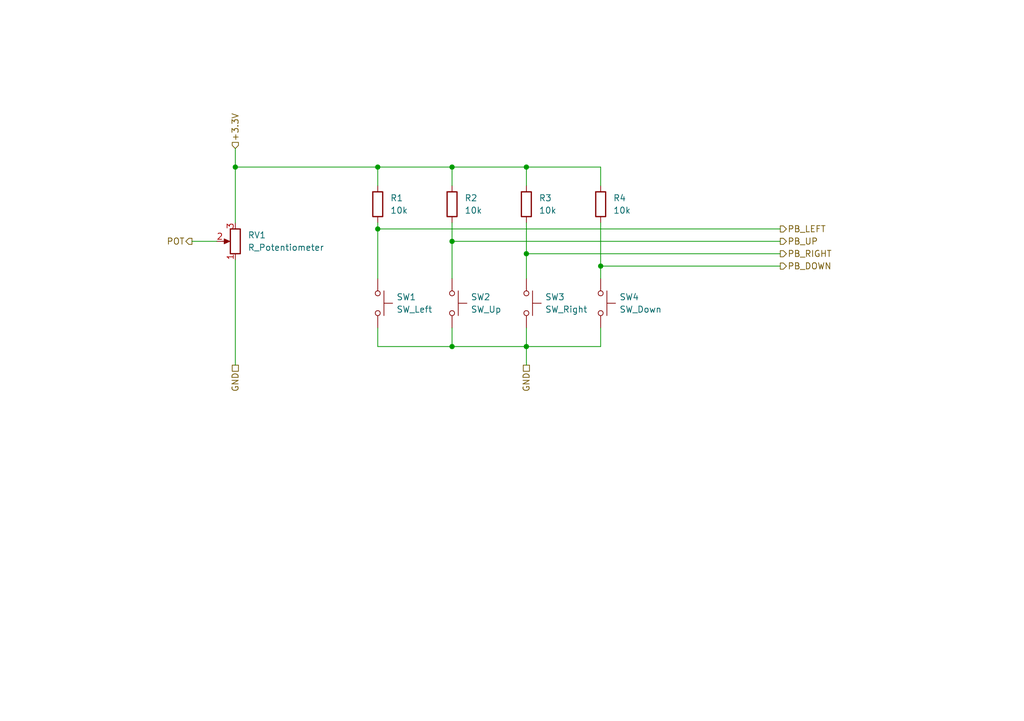
<source format=kicad_sch>
(kicad_sch (version 20231120) (generator "eeschema") (generator_version "8.0")
  (paper "A5")
  (title_block (title "User actions") (date "2024-08-29") (rev "1.0") (company "Designed by CREPP-NLG"))
  (lib_symbols
    (symbol "Device:R" (pin_numbers hide) (pin_names (offset 0))
      (property "Reference" "R" (at 2.032 0 90))
      (property "Value" "R" (at 0 0 90))
      (symbol "R_0_1"
        (rectangle (start -1.016 -2.54) (end 1.016 2.54) (stroke (width 0.254)))
      )
      (symbol "R_1_1"
        (pin passive line (at 0 3.81 270) (length 1.27) (name "~") (number "1"))
        (pin passive line (at 0 -3.81 90) (length 1.27) (name "~") (number "2"))
      )
    )
    (symbol "Device:R_Potentiometer" (pin_names (offset 1.016) hide)
      (property "Reference" "RV" (at -4.445 0 90))
      (property "Value" "R_Potentiometer" (at -2.54 0 90))
      (symbol "R_Potentiometer_0_1"
        (polyline (pts (xy 2.54 0) (xy 1.524 0)))
        (polyline (pts (xy 1.143 0) (xy 2.286 0.508) (xy 2.286 -0.508) (xy 1.143 0)) (fill (type outline)))
        (rectangle (start 1.016 2.54) (end -1.016 -2.54) (stroke (width 0.254)))
      )
      (symbol "R_Potentiometer_1_1"
        (pin passive line (at 0 3.81 270) (length 1.27) (name "1") (number "1"))
        (pin passive line (at 3.81 0 180) (length 1.27) (name "2") (number "2"))
        (pin passive line (at 0 -3.81 90) (length 1.27) (name "3") (number "3"))
      )
    )
    (symbol "Switch:SW_Push" (pin_numbers hide) (pin_names (offset 1.016) hide)
      (property "Reference" "SW" (at 1.27 2.54 0))
      (property "Value" "SW_Push" (at 0 -1.524 0))
      (symbol "SW_Push_0_1"
        (circle (center -2.032 0) (radius 0.508))
        (polyline (pts (xy 0 1.27) (xy 0 3.048)))
        (polyline (pts (xy 2.54 1.27) (xy -2.54 1.27)))
        (circle (center 2.032 0) (radius 0.508))
        (pin passive line (at -5.08 0 0) (length 2.54) (name "1") (number "1"))
        (pin passive line (at 5.08 0 180) (length 2.54) (name "2") (number "2"))
      )
    )
  )
  (junction (at 77.47 34.29))
  (junction (at 92.71 49.53))
  (junction (at 107.95 52.07))
  (junction (at 107.95 71.12))
  (junction (at 92.71 71.12))
  (junction (at 48.26 34.29))
  (junction (at 107.95 34.29))
  (junction (at 92.71 34.29))
  (junction (at 123.19 54.61))
  (junction (at 77.47 46.99))
  (wire (pts (xy 48.26 30.48) (xy 48.26 34.29)))
  (wire (pts (xy 48.26 34.29) (xy 77.47 34.29)))
  (wire (pts (xy 92.71 34.29) (xy 77.47 34.29)))
  (wire (pts (xy 77.47 38.1) (xy 77.47 34.29)))
  (wire (pts (xy 77.47 46.99) (xy 160.02 46.99)))
  (wire (pts (xy 77.47 71.12) (xy 92.71 71.12)))
  (wire (pts (xy 123.19 54.61) (xy 160.02 54.61)))
  (wire (pts (xy 123.19 71.12) (xy 107.95 71.12)))
  (wire (pts (xy 107.95 38.1) (xy 107.95 34.29)))
  (wire (pts (xy 123.19 67.31) (xy 123.19 71.12)))
  (wire (pts (xy 107.95 52.07) (xy 107.95 57.15)))
  (wire (pts (xy 39.37 49.53) (xy 44.45 49.53)))
  (wire (pts (xy 123.19 45.72) (xy 123.19 54.61)))
  (wire (pts (xy 123.19 38.1) (xy 123.19 34.29)))
  (wire (pts (xy 107.95 71.12) (xy 107.95 74.93)))
  (wire (pts (xy 48.26 34.29) (xy 48.26 45.72)))
  (wire (pts (xy 123.19 34.29) (xy 107.95 34.29)))
  (wire (pts (xy 92.71 67.31) (xy 92.71 71.12)))
  (wire (pts (xy 77.47 45.72) (xy 77.47 46.99)))
  (wire (pts (xy 92.71 49.53) (xy 92.71 57.15)))
  (wire (pts (xy 48.26 53.34) (xy 48.26 74.93)))
  (wire (pts (xy 92.71 38.1) (xy 92.71 34.29)))
  (wire (pts (xy 107.95 34.29) (xy 92.71 34.29)))
  (wire (pts (xy 107.95 67.31) (xy 107.95 71.12)))
  (wire (pts (xy 107.95 52.07) (xy 160.02 52.07)))
  (wire (pts (xy 123.19 54.61) (xy 123.19 57.15)))
  (wire (pts (xy 92.71 49.53) (xy 160.02 49.53)))
  (wire (pts (xy 107.95 45.72) (xy 107.95 52.07)))
  (wire (pts (xy 92.71 71.12) (xy 107.95 71.12)))
  (wire (pts (xy 77.47 67.31) (xy 77.47 71.12)))
  (wire (pts (xy 92.71 45.72) (xy 92.71 49.53)))
  (wire (pts (xy 77.47 46.99) (xy 77.47 57.15)))
  (hierarchical_label "PB_RIGHT" (shape output) (at 160.02 52.07 0))
  (hierarchical_label "GND" (shape passive) (at 107.95 74.93 270))
  (hierarchical_label "POT" (shape output) (at 39.37 49.53 180))
  (hierarchical_label "PB_DOWN" (shape output) (at 160.02 54.61 0))
  (hierarchical_label "GND" (shape passive) (at 48.26 74.93 270))
  (hierarchical_label "PB_LEFT" (shape output) (at 160.02 46.99 0))
  (hierarchical_label "+3.3V" (shape input) (at 48.26 30.48 90))
  (hierarchical_label "PB_UP" (shape output) (at 160.02 49.53 0))
  (symbol (lib_id "Switch:SW_Push") (at 107.95 62.23 270) (unit 1)
    (property "Reference" "SW3" (at 111.76 60.9599 90) (effects (justify left)))
    (property "Value" "SW_Right" (at 111.76 63.4999 90) (effects (justify left)))
    (property "Footprint" "Button_Switch_THT:SW_PUSH_6mm" (effects (hide yes)))
    (property "Description" "Push button switch, generic, two pins" (effects (hide yes)))
  )
  (symbol (lib_id "Switch:SW_Push") (at 77.47 62.23 270) (unit 1)
    (property "Reference" "SW1" (at 81.28 60.9599 90) (effects (justify left)))
    (property "Value" "SW_Left" (at 81.28 63.4999 90) (effects (justify left)))
    (property "Footprint" "Button_Switch_THT:SW_PUSH_6mm" (effects (hide yes)))
    (property "Description" "Push button switch, generic, two pins" (effects (hide yes)))
  )
  (symbol (lib_id "Device:R") (at 123.19 41.91 0) (unit 1)
    (property "Reference" "R4" (at 125.73 40.6399 0) (effects (justify left)))
    (property "Value" "10k" (at 125.73 43.1799 0) (effects (justify left)))
    (property "Footprint" "Resistor_THT:R_Axial_DIN0207_L6.3mm_D2.5mm_P7.62mm_Horizontal" (effects (hide yes)))
    (property "Description" "Resistor" (effects (hide yes)))
  )
  (symbol (lib_id "Switch:SW_Push") (at 92.71 62.23 270) (unit 1)
    (property "Reference" "SW2" (at 96.52 60.9599 90) (effects (justify left)))
    (property "Value" "SW_Up" (at 96.52 63.4999 90) (effects (justify left)))
    (property "Footprint" "Button_Switch_THT:SW_PUSH_6mm" (effects (hide yes)))
    (property "Description" "Push button switch, generic, two pins" (effects (hide yes)))
  )
  (symbol (lib_id "Device:R") (at 92.71 41.91 0) (unit 1)
    (property "Reference" "R2" (at 95.25 40.6399 0) (effects (justify left)))
    (property "Value" "10k" (at 95.25 43.1799 0) (effects (justify left)))
    (property "Footprint" "Resistor_THT:R_Axial_DIN0207_L6.3mm_D2.5mm_P7.62mm_Horizontal" (effects (hide yes)))
    (property "Description" "Resistor" (effects (hide yes)))
  )
  (symbol (lib_id "Device:R") (at 77.47 41.91 0) (unit 1)
    (property "Reference" "R1" (at 80.01 40.6399 0) (effects (justify left)))
    (property "Value" "10k" (at 80.01 43.1799 0) (effects (justify left)))
    (property "Footprint" "Resistor_THT:R_Axial_DIN0207_L6.3mm_D2.5mm_P7.62mm_Horizontal" (effects (hide yes)))
    (property "Description" "Resistor" (effects (hide yes)))
  )
  (symbol (lib_id "Device:R_Potentiometer") (at 48.26 49.53 180) (unit 1)
    (property "Reference" "RV1" (at 50.8 48.2599 0) (effects (justify right)))
    (property "Value" "R_Potentiometer" (at 50.8 50.7999 0) (effects (justify right)))
    (property "Footprint" "Potentiometer_THT:Potentiometer_Alps_RK163_Single_Horizontal" (effects (hide yes)))
    (property "Description" "Potentiometer" (effects (hide yes)))
  )
  (symbol (lib_id "Switch:SW_Push") (at 123.19 62.23 270) (unit 1)
    (property "Reference" "SW4" (at 127 60.9599 90) (effects (justify left)))
    (property "Value" "SW_Down" (at 127 63.4999 90) (effects (justify left)))
    (property "Footprint" "Button_Switch_THT:SW_PUSH_6mm" (effects (hide yes)))
    (property "Description" "Push button switch, generic, two pins" (effects (hide yes)))
  )
  (symbol (lib_id "Device:R") (at 107.95 41.91 0) (unit 1)
    (property "Reference" "R3" (at 110.49 40.6399 0) (effects (justify left)))
    (property "Value" "10k" (at 110.49 43.1799 0) (effects (justify left)))
    (property "Footprint" "Resistor_THT:R_Axial_DIN0207_L6.3mm_D2.5mm_P7.62mm_Horizontal" (effects (hide yes)))
    (property "Description" "Resistor" (effects (hide yes)))
  )
)
</source>
